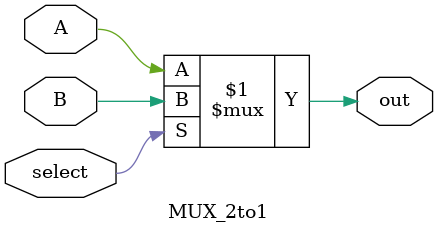
<source format=v>
/* This module is 2 to 1 MUX (1 bit)

Xuhui Gong	21-09-19

*/
module MUX_2to1(out, A, B, select);
	
	input  A, B;
	input select;
	output  out;
	
	assign out = select ? B : A;
	

endmodule
</source>
